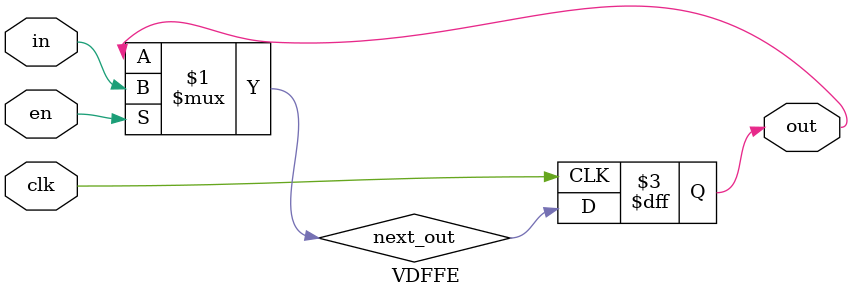
<source format=v>
module regfile(data_in, writenum, write, readnum, clk, data_out);
    input [15:0] data_in;
    input [2:0] writenum, readnum;
    input write, clk;
    output [15:0] data_out;
    reg [15:0] data_out;
    
    wire [15:0] R0, R1, R2, R3, R4, R5, R6, R7;

    wire [7:0] decoded_writenum = 1 << writenum;
    wire [7:0] decoded_readnum = 1 << readnum;

    VDFFE #(16) r0(clk, decoded_writenum[0] & write, data_in, R0);
    VDFFE #(16) r1(clk, decoded_writenum[1] & write, data_in, R1);
    VDFFE #(16) r2(clk, decoded_writenum[2] & write, data_in, R2);
    VDFFE #(16) r3(clk, decoded_writenum[3] & write, data_in, R3);
    VDFFE #(16) r4(clk, decoded_writenum[4] & write, data_in, R4);
    VDFFE #(16) r5(clk, decoded_writenum[5] & write, data_in, R5);
    VDFFE #(16) r6(clk, decoded_writenum[6] & write, data_in, R6);
    VDFFE #(16) r7(clk, decoded_writenum[7] & write, data_in, R7);

     always @(*) begin
         case (decoded_readnum)
           8'b00000001 : data_out = R0;
           8'b00000010 : data_out = R1;
           8'b00000100 : data_out = R2;
           8'b00001000 : data_out = R3;
           8'b00010000 : data_out = R4;
           8'b00100000 : data_out = R5;
           8'b01000000 : data_out = R6;
           8'b10000000 : data_out = R7;
           default: data_out = {16{1'bx}};
        endcase
    end
endmodule

module VDFFE(clk, en, in, out);
    parameter k = 1;
    input clk, en;
    input [k-1:0] in;
    output reg [k-1:0] out;

    wire [k-1:0] next_out;
    assign next_out = en? in : out;

    always @(posedge clk) begin
        out = next_out;
    end
endmodule


</source>
